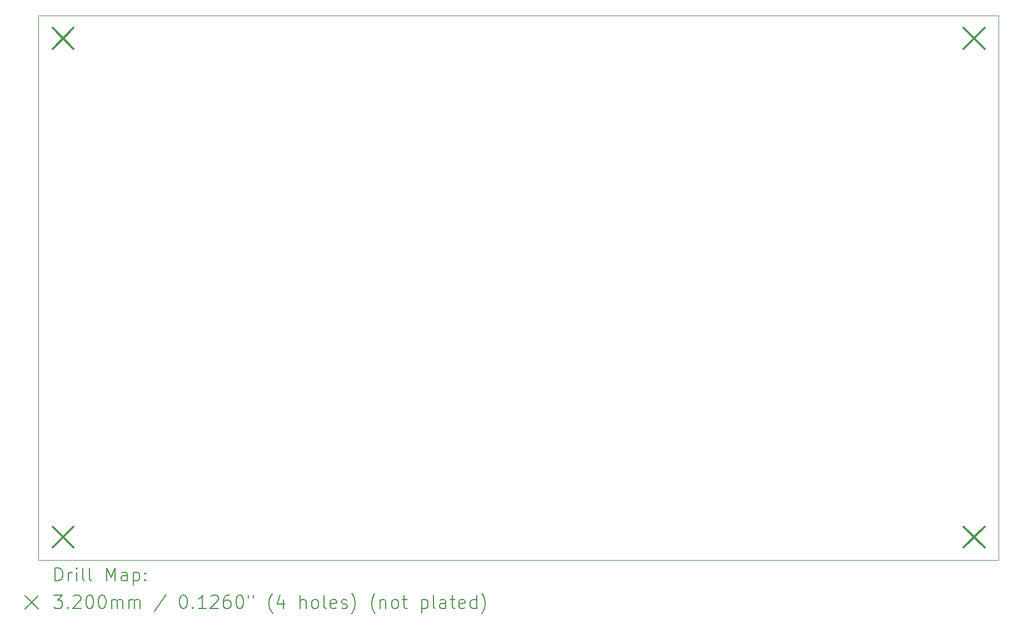
<source format=gbr>
%TF.GenerationSoftware,KiCad,Pcbnew,8.0.1*%
%TF.CreationDate,2024-05-10T09:13:11+02:00*%
%TF.ProjectId,MISRC_v2,4d495352-435f-4763-922e-6b696361645f,0.3*%
%TF.SameCoordinates,Original*%
%TF.FileFunction,Drillmap*%
%TF.FilePolarity,Positive*%
%FSLAX45Y45*%
G04 Gerber Fmt 4.5, Leading zero omitted, Abs format (unit mm)*
G04 Created by KiCad (PCBNEW 8.0.1) date 2024-05-10 09:13:11*
%MOMM*%
%LPD*%
G01*
G04 APERTURE LIST*
%ADD10C,0.100000*%
%ADD11C,0.200000*%
%ADD12C,0.320000*%
G04 APERTURE END LIST*
D10*
X20675000Y-14100000D02*
X20675000Y-5800000D01*
X6050000Y-14100000D02*
X20675000Y-14100000D01*
X20675000Y-5800000D02*
X6050000Y-5800000D01*
X6050000Y-5800000D02*
X6050000Y-14100000D01*
D11*
D12*
X6265000Y-5990000D02*
X6585000Y-6310000D01*
X6585000Y-5990000D02*
X6265000Y-6310000D01*
X6265000Y-13590000D02*
X6585000Y-13910000D01*
X6585000Y-13590000D02*
X6265000Y-13910000D01*
X20147300Y-5990000D02*
X20467300Y-6310000D01*
X20467300Y-5990000D02*
X20147300Y-6310000D01*
X20147300Y-13590000D02*
X20467300Y-13910000D01*
X20467300Y-13590000D02*
X20147300Y-13910000D01*
D11*
X6305777Y-14416484D02*
X6305777Y-14216484D01*
X6305777Y-14216484D02*
X6353396Y-14216484D01*
X6353396Y-14216484D02*
X6381967Y-14226008D01*
X6381967Y-14226008D02*
X6401015Y-14245055D01*
X6401015Y-14245055D02*
X6410539Y-14264103D01*
X6410539Y-14264103D02*
X6420062Y-14302198D01*
X6420062Y-14302198D02*
X6420062Y-14330769D01*
X6420062Y-14330769D02*
X6410539Y-14368865D01*
X6410539Y-14368865D02*
X6401015Y-14387912D01*
X6401015Y-14387912D02*
X6381967Y-14406960D01*
X6381967Y-14406960D02*
X6353396Y-14416484D01*
X6353396Y-14416484D02*
X6305777Y-14416484D01*
X6505777Y-14416484D02*
X6505777Y-14283150D01*
X6505777Y-14321246D02*
X6515301Y-14302198D01*
X6515301Y-14302198D02*
X6524824Y-14292674D01*
X6524824Y-14292674D02*
X6543872Y-14283150D01*
X6543872Y-14283150D02*
X6562920Y-14283150D01*
X6629586Y-14416484D02*
X6629586Y-14283150D01*
X6629586Y-14216484D02*
X6620062Y-14226008D01*
X6620062Y-14226008D02*
X6629586Y-14235531D01*
X6629586Y-14235531D02*
X6639110Y-14226008D01*
X6639110Y-14226008D02*
X6629586Y-14216484D01*
X6629586Y-14216484D02*
X6629586Y-14235531D01*
X6753396Y-14416484D02*
X6734348Y-14406960D01*
X6734348Y-14406960D02*
X6724824Y-14387912D01*
X6724824Y-14387912D02*
X6724824Y-14216484D01*
X6858158Y-14416484D02*
X6839110Y-14406960D01*
X6839110Y-14406960D02*
X6829586Y-14387912D01*
X6829586Y-14387912D02*
X6829586Y-14216484D01*
X7086729Y-14416484D02*
X7086729Y-14216484D01*
X7086729Y-14216484D02*
X7153396Y-14359341D01*
X7153396Y-14359341D02*
X7220062Y-14216484D01*
X7220062Y-14216484D02*
X7220062Y-14416484D01*
X7401015Y-14416484D02*
X7401015Y-14311722D01*
X7401015Y-14311722D02*
X7391491Y-14292674D01*
X7391491Y-14292674D02*
X7372443Y-14283150D01*
X7372443Y-14283150D02*
X7334348Y-14283150D01*
X7334348Y-14283150D02*
X7315301Y-14292674D01*
X7401015Y-14406960D02*
X7381967Y-14416484D01*
X7381967Y-14416484D02*
X7334348Y-14416484D01*
X7334348Y-14416484D02*
X7315301Y-14406960D01*
X7315301Y-14406960D02*
X7305777Y-14387912D01*
X7305777Y-14387912D02*
X7305777Y-14368865D01*
X7305777Y-14368865D02*
X7315301Y-14349817D01*
X7315301Y-14349817D02*
X7334348Y-14340293D01*
X7334348Y-14340293D02*
X7381967Y-14340293D01*
X7381967Y-14340293D02*
X7401015Y-14330769D01*
X7496253Y-14283150D02*
X7496253Y-14483150D01*
X7496253Y-14292674D02*
X7515301Y-14283150D01*
X7515301Y-14283150D02*
X7553396Y-14283150D01*
X7553396Y-14283150D02*
X7572443Y-14292674D01*
X7572443Y-14292674D02*
X7581967Y-14302198D01*
X7581967Y-14302198D02*
X7591491Y-14321246D01*
X7591491Y-14321246D02*
X7591491Y-14378388D01*
X7591491Y-14378388D02*
X7581967Y-14397436D01*
X7581967Y-14397436D02*
X7572443Y-14406960D01*
X7572443Y-14406960D02*
X7553396Y-14416484D01*
X7553396Y-14416484D02*
X7515301Y-14416484D01*
X7515301Y-14416484D02*
X7496253Y-14406960D01*
X7677205Y-14397436D02*
X7686729Y-14406960D01*
X7686729Y-14406960D02*
X7677205Y-14416484D01*
X7677205Y-14416484D02*
X7667682Y-14406960D01*
X7667682Y-14406960D02*
X7677205Y-14397436D01*
X7677205Y-14397436D02*
X7677205Y-14416484D01*
X7677205Y-14292674D02*
X7686729Y-14302198D01*
X7686729Y-14302198D02*
X7677205Y-14311722D01*
X7677205Y-14311722D02*
X7667682Y-14302198D01*
X7667682Y-14302198D02*
X7677205Y-14292674D01*
X7677205Y-14292674D02*
X7677205Y-14311722D01*
X5845000Y-14645000D02*
X6045000Y-14845000D01*
X6045000Y-14645000D02*
X5845000Y-14845000D01*
X6286729Y-14636484D02*
X6410539Y-14636484D01*
X6410539Y-14636484D02*
X6343872Y-14712674D01*
X6343872Y-14712674D02*
X6372443Y-14712674D01*
X6372443Y-14712674D02*
X6391491Y-14722198D01*
X6391491Y-14722198D02*
X6401015Y-14731722D01*
X6401015Y-14731722D02*
X6410539Y-14750769D01*
X6410539Y-14750769D02*
X6410539Y-14798388D01*
X6410539Y-14798388D02*
X6401015Y-14817436D01*
X6401015Y-14817436D02*
X6391491Y-14826960D01*
X6391491Y-14826960D02*
X6372443Y-14836484D01*
X6372443Y-14836484D02*
X6315301Y-14836484D01*
X6315301Y-14836484D02*
X6296253Y-14826960D01*
X6296253Y-14826960D02*
X6286729Y-14817436D01*
X6496253Y-14817436D02*
X6505777Y-14826960D01*
X6505777Y-14826960D02*
X6496253Y-14836484D01*
X6496253Y-14836484D02*
X6486729Y-14826960D01*
X6486729Y-14826960D02*
X6496253Y-14817436D01*
X6496253Y-14817436D02*
X6496253Y-14836484D01*
X6581967Y-14655531D02*
X6591491Y-14646008D01*
X6591491Y-14646008D02*
X6610539Y-14636484D01*
X6610539Y-14636484D02*
X6658158Y-14636484D01*
X6658158Y-14636484D02*
X6677205Y-14646008D01*
X6677205Y-14646008D02*
X6686729Y-14655531D01*
X6686729Y-14655531D02*
X6696253Y-14674579D01*
X6696253Y-14674579D02*
X6696253Y-14693627D01*
X6696253Y-14693627D02*
X6686729Y-14722198D01*
X6686729Y-14722198D02*
X6572443Y-14836484D01*
X6572443Y-14836484D02*
X6696253Y-14836484D01*
X6820062Y-14636484D02*
X6839110Y-14636484D01*
X6839110Y-14636484D02*
X6858158Y-14646008D01*
X6858158Y-14646008D02*
X6867682Y-14655531D01*
X6867682Y-14655531D02*
X6877205Y-14674579D01*
X6877205Y-14674579D02*
X6886729Y-14712674D01*
X6886729Y-14712674D02*
X6886729Y-14760293D01*
X6886729Y-14760293D02*
X6877205Y-14798388D01*
X6877205Y-14798388D02*
X6867682Y-14817436D01*
X6867682Y-14817436D02*
X6858158Y-14826960D01*
X6858158Y-14826960D02*
X6839110Y-14836484D01*
X6839110Y-14836484D02*
X6820062Y-14836484D01*
X6820062Y-14836484D02*
X6801015Y-14826960D01*
X6801015Y-14826960D02*
X6791491Y-14817436D01*
X6791491Y-14817436D02*
X6781967Y-14798388D01*
X6781967Y-14798388D02*
X6772443Y-14760293D01*
X6772443Y-14760293D02*
X6772443Y-14712674D01*
X6772443Y-14712674D02*
X6781967Y-14674579D01*
X6781967Y-14674579D02*
X6791491Y-14655531D01*
X6791491Y-14655531D02*
X6801015Y-14646008D01*
X6801015Y-14646008D02*
X6820062Y-14636484D01*
X7010539Y-14636484D02*
X7029586Y-14636484D01*
X7029586Y-14636484D02*
X7048634Y-14646008D01*
X7048634Y-14646008D02*
X7058158Y-14655531D01*
X7058158Y-14655531D02*
X7067682Y-14674579D01*
X7067682Y-14674579D02*
X7077205Y-14712674D01*
X7077205Y-14712674D02*
X7077205Y-14760293D01*
X7077205Y-14760293D02*
X7067682Y-14798388D01*
X7067682Y-14798388D02*
X7058158Y-14817436D01*
X7058158Y-14817436D02*
X7048634Y-14826960D01*
X7048634Y-14826960D02*
X7029586Y-14836484D01*
X7029586Y-14836484D02*
X7010539Y-14836484D01*
X7010539Y-14836484D02*
X6991491Y-14826960D01*
X6991491Y-14826960D02*
X6981967Y-14817436D01*
X6981967Y-14817436D02*
X6972443Y-14798388D01*
X6972443Y-14798388D02*
X6962920Y-14760293D01*
X6962920Y-14760293D02*
X6962920Y-14712674D01*
X6962920Y-14712674D02*
X6972443Y-14674579D01*
X6972443Y-14674579D02*
X6981967Y-14655531D01*
X6981967Y-14655531D02*
X6991491Y-14646008D01*
X6991491Y-14646008D02*
X7010539Y-14636484D01*
X7162920Y-14836484D02*
X7162920Y-14703150D01*
X7162920Y-14722198D02*
X7172443Y-14712674D01*
X7172443Y-14712674D02*
X7191491Y-14703150D01*
X7191491Y-14703150D02*
X7220063Y-14703150D01*
X7220063Y-14703150D02*
X7239110Y-14712674D01*
X7239110Y-14712674D02*
X7248634Y-14731722D01*
X7248634Y-14731722D02*
X7248634Y-14836484D01*
X7248634Y-14731722D02*
X7258158Y-14712674D01*
X7258158Y-14712674D02*
X7277205Y-14703150D01*
X7277205Y-14703150D02*
X7305777Y-14703150D01*
X7305777Y-14703150D02*
X7324824Y-14712674D01*
X7324824Y-14712674D02*
X7334348Y-14731722D01*
X7334348Y-14731722D02*
X7334348Y-14836484D01*
X7429586Y-14836484D02*
X7429586Y-14703150D01*
X7429586Y-14722198D02*
X7439110Y-14712674D01*
X7439110Y-14712674D02*
X7458158Y-14703150D01*
X7458158Y-14703150D02*
X7486729Y-14703150D01*
X7486729Y-14703150D02*
X7505777Y-14712674D01*
X7505777Y-14712674D02*
X7515301Y-14731722D01*
X7515301Y-14731722D02*
X7515301Y-14836484D01*
X7515301Y-14731722D02*
X7524824Y-14712674D01*
X7524824Y-14712674D02*
X7543872Y-14703150D01*
X7543872Y-14703150D02*
X7572443Y-14703150D01*
X7572443Y-14703150D02*
X7591491Y-14712674D01*
X7591491Y-14712674D02*
X7601015Y-14731722D01*
X7601015Y-14731722D02*
X7601015Y-14836484D01*
X7991491Y-14626960D02*
X7820063Y-14884103D01*
X8248634Y-14636484D02*
X8267682Y-14636484D01*
X8267682Y-14636484D02*
X8286729Y-14646008D01*
X8286729Y-14646008D02*
X8296253Y-14655531D01*
X8296253Y-14655531D02*
X8305777Y-14674579D01*
X8305777Y-14674579D02*
X8315301Y-14712674D01*
X8315301Y-14712674D02*
X8315301Y-14760293D01*
X8315301Y-14760293D02*
X8305777Y-14798388D01*
X8305777Y-14798388D02*
X8296253Y-14817436D01*
X8296253Y-14817436D02*
X8286729Y-14826960D01*
X8286729Y-14826960D02*
X8267682Y-14836484D01*
X8267682Y-14836484D02*
X8248634Y-14836484D01*
X8248634Y-14836484D02*
X8229586Y-14826960D01*
X8229586Y-14826960D02*
X8220063Y-14817436D01*
X8220063Y-14817436D02*
X8210539Y-14798388D01*
X8210539Y-14798388D02*
X8201015Y-14760293D01*
X8201015Y-14760293D02*
X8201015Y-14712674D01*
X8201015Y-14712674D02*
X8210539Y-14674579D01*
X8210539Y-14674579D02*
X8220063Y-14655531D01*
X8220063Y-14655531D02*
X8229586Y-14646008D01*
X8229586Y-14646008D02*
X8248634Y-14636484D01*
X8401015Y-14817436D02*
X8410539Y-14826960D01*
X8410539Y-14826960D02*
X8401015Y-14836484D01*
X8401015Y-14836484D02*
X8391491Y-14826960D01*
X8391491Y-14826960D02*
X8401015Y-14817436D01*
X8401015Y-14817436D02*
X8401015Y-14836484D01*
X8601015Y-14836484D02*
X8486729Y-14836484D01*
X8543872Y-14836484D02*
X8543872Y-14636484D01*
X8543872Y-14636484D02*
X8524825Y-14665055D01*
X8524825Y-14665055D02*
X8505777Y-14684103D01*
X8505777Y-14684103D02*
X8486729Y-14693627D01*
X8677206Y-14655531D02*
X8686729Y-14646008D01*
X8686729Y-14646008D02*
X8705777Y-14636484D01*
X8705777Y-14636484D02*
X8753396Y-14636484D01*
X8753396Y-14636484D02*
X8772444Y-14646008D01*
X8772444Y-14646008D02*
X8781968Y-14655531D01*
X8781968Y-14655531D02*
X8791491Y-14674579D01*
X8791491Y-14674579D02*
X8791491Y-14693627D01*
X8791491Y-14693627D02*
X8781968Y-14722198D01*
X8781968Y-14722198D02*
X8667682Y-14836484D01*
X8667682Y-14836484D02*
X8791491Y-14836484D01*
X8962920Y-14636484D02*
X8924825Y-14636484D01*
X8924825Y-14636484D02*
X8905777Y-14646008D01*
X8905777Y-14646008D02*
X8896253Y-14655531D01*
X8896253Y-14655531D02*
X8877206Y-14684103D01*
X8877206Y-14684103D02*
X8867682Y-14722198D01*
X8867682Y-14722198D02*
X8867682Y-14798388D01*
X8867682Y-14798388D02*
X8877206Y-14817436D01*
X8877206Y-14817436D02*
X8886729Y-14826960D01*
X8886729Y-14826960D02*
X8905777Y-14836484D01*
X8905777Y-14836484D02*
X8943872Y-14836484D01*
X8943872Y-14836484D02*
X8962920Y-14826960D01*
X8962920Y-14826960D02*
X8972444Y-14817436D01*
X8972444Y-14817436D02*
X8981968Y-14798388D01*
X8981968Y-14798388D02*
X8981968Y-14750769D01*
X8981968Y-14750769D02*
X8972444Y-14731722D01*
X8972444Y-14731722D02*
X8962920Y-14722198D01*
X8962920Y-14722198D02*
X8943872Y-14712674D01*
X8943872Y-14712674D02*
X8905777Y-14712674D01*
X8905777Y-14712674D02*
X8886729Y-14722198D01*
X8886729Y-14722198D02*
X8877206Y-14731722D01*
X8877206Y-14731722D02*
X8867682Y-14750769D01*
X9105777Y-14636484D02*
X9124825Y-14636484D01*
X9124825Y-14636484D02*
X9143872Y-14646008D01*
X9143872Y-14646008D02*
X9153396Y-14655531D01*
X9153396Y-14655531D02*
X9162920Y-14674579D01*
X9162920Y-14674579D02*
X9172444Y-14712674D01*
X9172444Y-14712674D02*
X9172444Y-14760293D01*
X9172444Y-14760293D02*
X9162920Y-14798388D01*
X9162920Y-14798388D02*
X9153396Y-14817436D01*
X9153396Y-14817436D02*
X9143872Y-14826960D01*
X9143872Y-14826960D02*
X9124825Y-14836484D01*
X9124825Y-14836484D02*
X9105777Y-14836484D01*
X9105777Y-14836484D02*
X9086729Y-14826960D01*
X9086729Y-14826960D02*
X9077206Y-14817436D01*
X9077206Y-14817436D02*
X9067682Y-14798388D01*
X9067682Y-14798388D02*
X9058158Y-14760293D01*
X9058158Y-14760293D02*
X9058158Y-14712674D01*
X9058158Y-14712674D02*
X9067682Y-14674579D01*
X9067682Y-14674579D02*
X9077206Y-14655531D01*
X9077206Y-14655531D02*
X9086729Y-14646008D01*
X9086729Y-14646008D02*
X9105777Y-14636484D01*
X9248634Y-14636484D02*
X9248634Y-14674579D01*
X9324825Y-14636484D02*
X9324825Y-14674579D01*
X9620063Y-14912674D02*
X9610539Y-14903150D01*
X9610539Y-14903150D02*
X9591491Y-14874579D01*
X9591491Y-14874579D02*
X9581968Y-14855531D01*
X9581968Y-14855531D02*
X9572444Y-14826960D01*
X9572444Y-14826960D02*
X9562920Y-14779341D01*
X9562920Y-14779341D02*
X9562920Y-14741246D01*
X9562920Y-14741246D02*
X9572444Y-14693627D01*
X9572444Y-14693627D02*
X9581968Y-14665055D01*
X9581968Y-14665055D02*
X9591491Y-14646008D01*
X9591491Y-14646008D02*
X9610539Y-14617436D01*
X9610539Y-14617436D02*
X9620063Y-14607912D01*
X9781968Y-14703150D02*
X9781968Y-14836484D01*
X9734349Y-14626960D02*
X9686730Y-14769817D01*
X9686730Y-14769817D02*
X9810539Y-14769817D01*
X10039111Y-14836484D02*
X10039111Y-14636484D01*
X10124825Y-14836484D02*
X10124825Y-14731722D01*
X10124825Y-14731722D02*
X10115301Y-14712674D01*
X10115301Y-14712674D02*
X10096253Y-14703150D01*
X10096253Y-14703150D02*
X10067682Y-14703150D01*
X10067682Y-14703150D02*
X10048634Y-14712674D01*
X10048634Y-14712674D02*
X10039111Y-14722198D01*
X10248634Y-14836484D02*
X10229587Y-14826960D01*
X10229587Y-14826960D02*
X10220063Y-14817436D01*
X10220063Y-14817436D02*
X10210539Y-14798388D01*
X10210539Y-14798388D02*
X10210539Y-14741246D01*
X10210539Y-14741246D02*
X10220063Y-14722198D01*
X10220063Y-14722198D02*
X10229587Y-14712674D01*
X10229587Y-14712674D02*
X10248634Y-14703150D01*
X10248634Y-14703150D02*
X10277206Y-14703150D01*
X10277206Y-14703150D02*
X10296253Y-14712674D01*
X10296253Y-14712674D02*
X10305777Y-14722198D01*
X10305777Y-14722198D02*
X10315301Y-14741246D01*
X10315301Y-14741246D02*
X10315301Y-14798388D01*
X10315301Y-14798388D02*
X10305777Y-14817436D01*
X10305777Y-14817436D02*
X10296253Y-14826960D01*
X10296253Y-14826960D02*
X10277206Y-14836484D01*
X10277206Y-14836484D02*
X10248634Y-14836484D01*
X10429587Y-14836484D02*
X10410539Y-14826960D01*
X10410539Y-14826960D02*
X10401015Y-14807912D01*
X10401015Y-14807912D02*
X10401015Y-14636484D01*
X10581968Y-14826960D02*
X10562920Y-14836484D01*
X10562920Y-14836484D02*
X10524825Y-14836484D01*
X10524825Y-14836484D02*
X10505777Y-14826960D01*
X10505777Y-14826960D02*
X10496253Y-14807912D01*
X10496253Y-14807912D02*
X10496253Y-14731722D01*
X10496253Y-14731722D02*
X10505777Y-14712674D01*
X10505777Y-14712674D02*
X10524825Y-14703150D01*
X10524825Y-14703150D02*
X10562920Y-14703150D01*
X10562920Y-14703150D02*
X10581968Y-14712674D01*
X10581968Y-14712674D02*
X10591492Y-14731722D01*
X10591492Y-14731722D02*
X10591492Y-14750769D01*
X10591492Y-14750769D02*
X10496253Y-14769817D01*
X10667682Y-14826960D02*
X10686730Y-14836484D01*
X10686730Y-14836484D02*
X10724825Y-14836484D01*
X10724825Y-14836484D02*
X10743873Y-14826960D01*
X10743873Y-14826960D02*
X10753396Y-14807912D01*
X10753396Y-14807912D02*
X10753396Y-14798388D01*
X10753396Y-14798388D02*
X10743873Y-14779341D01*
X10743873Y-14779341D02*
X10724825Y-14769817D01*
X10724825Y-14769817D02*
X10696253Y-14769817D01*
X10696253Y-14769817D02*
X10677206Y-14760293D01*
X10677206Y-14760293D02*
X10667682Y-14741246D01*
X10667682Y-14741246D02*
X10667682Y-14731722D01*
X10667682Y-14731722D02*
X10677206Y-14712674D01*
X10677206Y-14712674D02*
X10696253Y-14703150D01*
X10696253Y-14703150D02*
X10724825Y-14703150D01*
X10724825Y-14703150D02*
X10743873Y-14712674D01*
X10820063Y-14912674D02*
X10829587Y-14903150D01*
X10829587Y-14903150D02*
X10848634Y-14874579D01*
X10848634Y-14874579D02*
X10858158Y-14855531D01*
X10858158Y-14855531D02*
X10867682Y-14826960D01*
X10867682Y-14826960D02*
X10877206Y-14779341D01*
X10877206Y-14779341D02*
X10877206Y-14741246D01*
X10877206Y-14741246D02*
X10867682Y-14693627D01*
X10867682Y-14693627D02*
X10858158Y-14665055D01*
X10858158Y-14665055D02*
X10848634Y-14646008D01*
X10848634Y-14646008D02*
X10829587Y-14617436D01*
X10829587Y-14617436D02*
X10820063Y-14607912D01*
X11181968Y-14912674D02*
X11172444Y-14903150D01*
X11172444Y-14903150D02*
X11153396Y-14874579D01*
X11153396Y-14874579D02*
X11143873Y-14855531D01*
X11143873Y-14855531D02*
X11134349Y-14826960D01*
X11134349Y-14826960D02*
X11124825Y-14779341D01*
X11124825Y-14779341D02*
X11124825Y-14741246D01*
X11124825Y-14741246D02*
X11134349Y-14693627D01*
X11134349Y-14693627D02*
X11143873Y-14665055D01*
X11143873Y-14665055D02*
X11153396Y-14646008D01*
X11153396Y-14646008D02*
X11172444Y-14617436D01*
X11172444Y-14617436D02*
X11181968Y-14607912D01*
X11258158Y-14703150D02*
X11258158Y-14836484D01*
X11258158Y-14722198D02*
X11267682Y-14712674D01*
X11267682Y-14712674D02*
X11286730Y-14703150D01*
X11286730Y-14703150D02*
X11315301Y-14703150D01*
X11315301Y-14703150D02*
X11334349Y-14712674D01*
X11334349Y-14712674D02*
X11343872Y-14731722D01*
X11343872Y-14731722D02*
X11343872Y-14836484D01*
X11467682Y-14836484D02*
X11448634Y-14826960D01*
X11448634Y-14826960D02*
X11439111Y-14817436D01*
X11439111Y-14817436D02*
X11429587Y-14798388D01*
X11429587Y-14798388D02*
X11429587Y-14741246D01*
X11429587Y-14741246D02*
X11439111Y-14722198D01*
X11439111Y-14722198D02*
X11448634Y-14712674D01*
X11448634Y-14712674D02*
X11467682Y-14703150D01*
X11467682Y-14703150D02*
X11496253Y-14703150D01*
X11496253Y-14703150D02*
X11515301Y-14712674D01*
X11515301Y-14712674D02*
X11524825Y-14722198D01*
X11524825Y-14722198D02*
X11534349Y-14741246D01*
X11534349Y-14741246D02*
X11534349Y-14798388D01*
X11534349Y-14798388D02*
X11524825Y-14817436D01*
X11524825Y-14817436D02*
X11515301Y-14826960D01*
X11515301Y-14826960D02*
X11496253Y-14836484D01*
X11496253Y-14836484D02*
X11467682Y-14836484D01*
X11591492Y-14703150D02*
X11667682Y-14703150D01*
X11620063Y-14636484D02*
X11620063Y-14807912D01*
X11620063Y-14807912D02*
X11629587Y-14826960D01*
X11629587Y-14826960D02*
X11648634Y-14836484D01*
X11648634Y-14836484D02*
X11667682Y-14836484D01*
X11886730Y-14703150D02*
X11886730Y-14903150D01*
X11886730Y-14712674D02*
X11905777Y-14703150D01*
X11905777Y-14703150D02*
X11943873Y-14703150D01*
X11943873Y-14703150D02*
X11962920Y-14712674D01*
X11962920Y-14712674D02*
X11972444Y-14722198D01*
X11972444Y-14722198D02*
X11981968Y-14741246D01*
X11981968Y-14741246D02*
X11981968Y-14798388D01*
X11981968Y-14798388D02*
X11972444Y-14817436D01*
X11972444Y-14817436D02*
X11962920Y-14826960D01*
X11962920Y-14826960D02*
X11943873Y-14836484D01*
X11943873Y-14836484D02*
X11905777Y-14836484D01*
X11905777Y-14836484D02*
X11886730Y-14826960D01*
X12096253Y-14836484D02*
X12077206Y-14826960D01*
X12077206Y-14826960D02*
X12067682Y-14807912D01*
X12067682Y-14807912D02*
X12067682Y-14636484D01*
X12258158Y-14836484D02*
X12258158Y-14731722D01*
X12258158Y-14731722D02*
X12248634Y-14712674D01*
X12248634Y-14712674D02*
X12229587Y-14703150D01*
X12229587Y-14703150D02*
X12191492Y-14703150D01*
X12191492Y-14703150D02*
X12172444Y-14712674D01*
X12258158Y-14826960D02*
X12239111Y-14836484D01*
X12239111Y-14836484D02*
X12191492Y-14836484D01*
X12191492Y-14836484D02*
X12172444Y-14826960D01*
X12172444Y-14826960D02*
X12162920Y-14807912D01*
X12162920Y-14807912D02*
X12162920Y-14788865D01*
X12162920Y-14788865D02*
X12172444Y-14769817D01*
X12172444Y-14769817D02*
X12191492Y-14760293D01*
X12191492Y-14760293D02*
X12239111Y-14760293D01*
X12239111Y-14760293D02*
X12258158Y-14750769D01*
X12324825Y-14703150D02*
X12401015Y-14703150D01*
X12353396Y-14636484D02*
X12353396Y-14807912D01*
X12353396Y-14807912D02*
X12362920Y-14826960D01*
X12362920Y-14826960D02*
X12381968Y-14836484D01*
X12381968Y-14836484D02*
X12401015Y-14836484D01*
X12543873Y-14826960D02*
X12524825Y-14836484D01*
X12524825Y-14836484D02*
X12486730Y-14836484D01*
X12486730Y-14836484D02*
X12467682Y-14826960D01*
X12467682Y-14826960D02*
X12458158Y-14807912D01*
X12458158Y-14807912D02*
X12458158Y-14731722D01*
X12458158Y-14731722D02*
X12467682Y-14712674D01*
X12467682Y-14712674D02*
X12486730Y-14703150D01*
X12486730Y-14703150D02*
X12524825Y-14703150D01*
X12524825Y-14703150D02*
X12543873Y-14712674D01*
X12543873Y-14712674D02*
X12553396Y-14731722D01*
X12553396Y-14731722D02*
X12553396Y-14750769D01*
X12553396Y-14750769D02*
X12458158Y-14769817D01*
X12724825Y-14836484D02*
X12724825Y-14636484D01*
X12724825Y-14826960D02*
X12705777Y-14836484D01*
X12705777Y-14836484D02*
X12667682Y-14836484D01*
X12667682Y-14836484D02*
X12648634Y-14826960D01*
X12648634Y-14826960D02*
X12639111Y-14817436D01*
X12639111Y-14817436D02*
X12629587Y-14798388D01*
X12629587Y-14798388D02*
X12629587Y-14741246D01*
X12629587Y-14741246D02*
X12639111Y-14722198D01*
X12639111Y-14722198D02*
X12648634Y-14712674D01*
X12648634Y-14712674D02*
X12667682Y-14703150D01*
X12667682Y-14703150D02*
X12705777Y-14703150D01*
X12705777Y-14703150D02*
X12724825Y-14712674D01*
X12801015Y-14912674D02*
X12810539Y-14903150D01*
X12810539Y-14903150D02*
X12829587Y-14874579D01*
X12829587Y-14874579D02*
X12839111Y-14855531D01*
X12839111Y-14855531D02*
X12848634Y-14826960D01*
X12848634Y-14826960D02*
X12858158Y-14779341D01*
X12858158Y-14779341D02*
X12858158Y-14741246D01*
X12858158Y-14741246D02*
X12848634Y-14693627D01*
X12848634Y-14693627D02*
X12839111Y-14665055D01*
X12839111Y-14665055D02*
X12829587Y-14646008D01*
X12829587Y-14646008D02*
X12810539Y-14617436D01*
X12810539Y-14617436D02*
X12801015Y-14607912D01*
M02*

</source>
